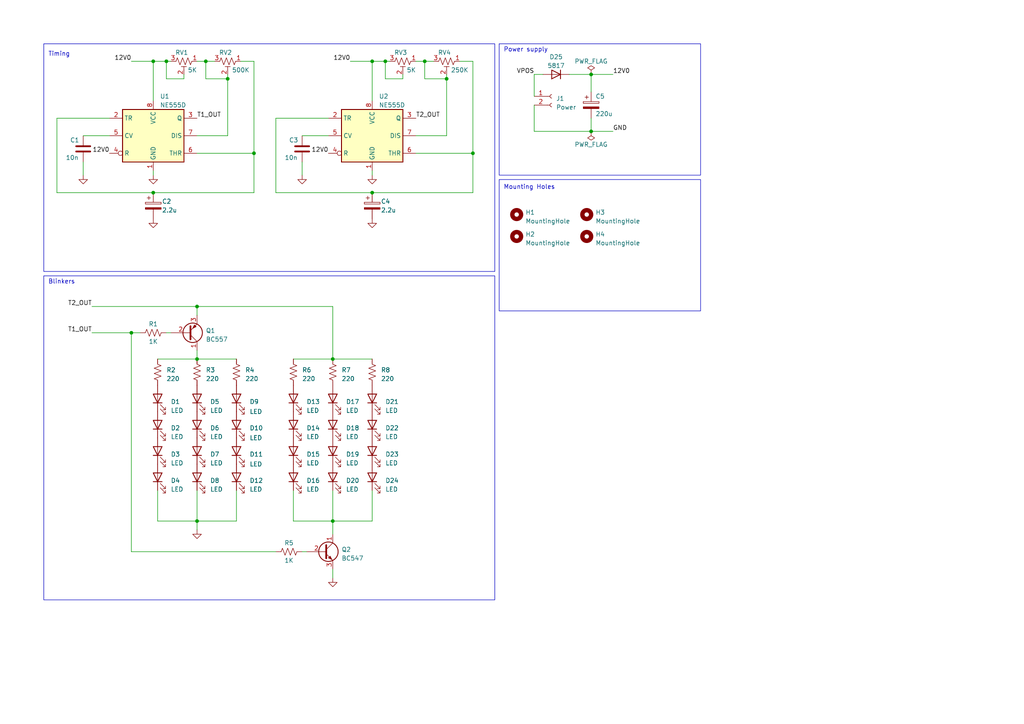
<source format=kicad_sch>
(kicad_sch (version 20230121) (generator eeschema)
  (paper "A4")
  (title_block (title "Sign Flasher") (date "2023-03-16") (rev "v0.1"))
  (lib_symbols
    (symbol "Connector:Conn_01x02_Socket" (pin_names (offset 1.016) hide)
      (property "Reference" "J" (at 0 2.54 0))
      (property "Value" "Conn_01x02_Socket" (at 0 -5.08 0))
      (symbol "Conn_01x02_Socket_1_1"
        (arc (start 0 -2.032) (mid -0.5058 -2.54) (end 0 -3.048) (stroke (width 0.1524)))
        (polyline (pts (xy -1.27 -2.54) (xy -0.508 -2.54)) (stroke (width 0.1524)))
        (polyline (pts (xy -1.27 0) (xy -0.508 0)) (stroke (width 0.1524)))
        (arc (start 0 0.508) (mid -0.5058 0) (end 0 -0.508) (stroke (width 0.1524)))
        (pin passive line (at -5.08 0 0) (length 3.81) (name "Pin_1") (number "1"))
        (pin passive line (at -5.08 -2.54 0) (length 3.81) (name "Pin_2") (number "2"))
      )
    )
    (symbol "Device:C" (pin_numbers hide) (pin_names (offset 0.254))
      (property "Reference" "C" (at 0.635 2.54 0))
      (property "Value" "C" (at 0.635 -2.54 0))
      (symbol "C_0_1"
        (polyline (pts (xy -2.032 -0.762) (xy 2.032 -0.762)) (stroke (width 0.508)))
        (polyline (pts (xy -2.032 0.762) (xy 2.032 0.762)) (stroke (width 0.508)))
      )
      (symbol "C_1_1"
        (pin passive line (at 0 3.81 270) (length 2.794) (name "~") (number "1"))
        (pin passive line (at 0 -3.81 90) (length 2.794) (name "~") (number "2"))
      )
    )
    (symbol "Device:C_Polarized" (pin_numbers hide) (pin_names (offset 0.254))
      (property "Reference" "C" (at 0.635 2.54 0))
      (property "Value" "C_Polarized" (at 0.635 -2.54 0))
      (symbol "C_Polarized_0_1"
        (rectangle (start -2.286 0.508) (end 2.286 1.016))
        (polyline (pts (xy -1.778 2.286) (xy -0.762 2.286)))
        (polyline (pts (xy -1.27 2.794) (xy -1.27 1.778)))
        (rectangle (start 2.286 -0.508) (end -2.286 -1.016) (fill (type outline)))
      )
      (symbol "C_Polarized_1_1"
        (pin passive line (at 0 3.81 270) (length 2.794) (name "~") (number "1"))
        (pin passive line (at 0 -3.81 90) (length 2.794) (name "~") (number "2"))
      )
    )
    (symbol "Device:D" (pin_numbers hide) (pin_names (offset 1.016) hide)
      (property "Reference" "D" (at 0 2.54 0))
      (property "Value" "D" (at 0 -2.54 0))
      (symbol "D_0_1"
        (polyline (pts (xy -1.27 1.27) (xy -1.27 -1.27)) (stroke (width 0.254)))
        (polyline (pts (xy 1.27 0) (xy -1.27 0)))
        (polyline (pts (xy 1.27 1.27) (xy 1.27 -1.27) (xy -1.27 0) (xy 1.27 1.27)) (stroke (width 0.254)))
      )
      (symbol "D_1_1"
        (pin passive line (at -3.81 0 0) (length 2.54) (name "K") (number "1"))
        (pin passive line (at 3.81 0 180) (length 2.54) (name "A") (number "2"))
      )
    )
    (symbol "Device:LED" (pin_numbers hide) (pin_names (offset 1.016) hide)
      (property "Reference" "D" (at 0 2.54 0))
      (property "Value" "LED" (at 0 -2.54 0))
      (symbol "LED_0_1"
        (polyline (pts (xy -1.27 -1.27) (xy -1.27 1.27)) (stroke (width 0.254)))
        (polyline (pts (xy -1.27 0) (xy 1.27 0)))
        (polyline (pts (xy 1.27 -1.27) (xy 1.27 1.27) (xy -1.27 0) (xy 1.27 -1.27)) (stroke (width 0.254)))
        (polyline (pts (xy -3.048 -0.762) (xy -4.572 -2.286) (xy -3.81 -2.286) (xy -4.572 -2.286) (xy -4.572 -1.524)))
        (polyline (pts (xy -1.778 -0.762) (xy -3.302 -2.286) (xy -2.54 -2.286) (xy -3.302 -2.286) (xy -3.302 -1.524)))
      )
      (symbol "LED_1_1"
        (pin passive line (at -3.81 0 0) (length 2.54) (name "K") (number "1"))
        (pin passive line (at 3.81 0 180) (length 2.54) (name "A") (number "2"))
      )
    )
    (symbol "Device:Q_NPN_CBE" (pin_names (offset 0) hide)
      (property "Reference" "Q" (at 5.08 1.27 0))
      (property "Value" "Q_NPN_CBE" (at 5.08 -1.27 0))
      (symbol "Q_NPN_CBE_0_1"
        (polyline (pts (xy 0.635 0.635) (xy 2.54 2.54)))
        (polyline (pts (xy 0.635 -0.635) (xy 2.54 -2.54) (xy 2.54 -2.54)))
        (polyline (pts (xy 0.635 1.905) (xy 0.635 -1.905) (xy 0.635 -1.905)) (stroke (width 0.508)))
        (polyline (pts (xy 1.27 -1.778) (xy 1.778 -1.27) (xy 2.286 -2.286) (xy 1.27 -1.778) (xy 1.27 -1.778)) (fill (type outline)))
        (circle (center 1.27 0) (radius 2.8194) (stroke (width 0.254)))
      )
      (symbol "Q_NPN_CBE_1_1"
        (pin passive line (at 2.54 5.08 270) (length 2.54) (name "C") (number "1"))
        (pin input line (at -5.08 0 0) (length 5.715) (name "B") (number "2"))
        (pin passive line (at 2.54 -5.08 90) (length 2.54) (name "E") (number "3"))
      )
    )
    (symbol "Device:Q_PNP_CBE" (pin_names (offset 0) hide)
      (property "Reference" "Q" (at 5.08 1.27 0))
      (property "Value" "Q_PNP_CBE" (at 5.08 -1.27 0))
      (symbol "Q_PNP_CBE_0_1"
        (polyline (pts (xy 0.635 0.635) (xy 2.54 2.54)))
        (polyline (pts (xy 0.635 -0.635) (xy 2.54 -2.54) (xy 2.54 -2.54)))
        (polyline (pts (xy 0.635 1.905) (xy 0.635 -1.905) (xy 0.635 -1.905)) (stroke (width 0.508)))
        (polyline (pts (xy 2.286 -1.778) (xy 1.778 -2.286) (xy 1.27 -1.27) (xy 2.286 -1.778) (xy 2.286 -1.778)) (fill (type outline)))
        (circle (center 1.27 0) (radius 2.8194) (stroke (width 0.254)))
      )
      (symbol "Q_PNP_CBE_1_1"
        (pin passive line (at 2.54 5.08 270) (length 2.54) (name "C") (number "1"))
        (pin input line (at -5.08 0 0) (length 5.715) (name "B") (number "2"))
        (pin passive line (at 2.54 -5.08 90) (length 2.54) (name "E") (number "3"))
      )
    )
    (symbol "Device:R_Potentiometer_Trim_US" (pin_names (offset 1.016) hide)
      (property "Reference" "RV" (at -4.445 0 90))
      (property "Value" "R_Potentiometer_Trim_US" (at -2.54 0 90))
      (symbol "R_Potentiometer_Trim_US_0_1"
        (polyline (pts (xy 0 -2.286) (xy 0 -2.54)))
        (polyline (pts (xy 0 2.286) (xy 0 2.54)))
        (polyline (pts (xy 1.524 0.762) (xy 1.524 -0.762)))
        (polyline (pts (xy 2.54 0) (xy 1.524 0)))
        (polyline (pts (xy 0 -0.762) (xy 1.016 -1.143) (xy 0 -1.524) (xy -1.016 -1.905) (xy 0 -2.286)))
        (polyline (pts (xy 0 0.762) (xy 1.016 0.381) (xy 0 0) (xy -1.016 -0.381) (xy 0 -0.762)))
        (polyline (pts (xy 0 2.286) (xy 1.016 1.905) (xy 0 1.524) (xy -1.016 1.143) (xy 0 0.762)))
      )
      (symbol "R_Potentiometer_Trim_US_1_1"
        (pin passive line (at 0 3.81 270) (length 1.27) (name "1") (number "1"))
        (pin passive line (at 3.81 0 180) (length 1.27) (name "2") (number "2"))
        (pin passive line (at 0 -3.81 90) (length 1.27) (name "3") (number "3"))
      )
    )
    (symbol "Device:R_US" (pin_numbers hide) (pin_names (offset 0))
      (property "Reference" "R" (at 2.54 0 90))
      (property "Value" "R_US" (at -2.54 0 90))
      (symbol "R_US_0_1"
        (polyline (pts (xy 0 -2.286) (xy 0 -2.54)))
        (polyline (pts (xy 0 2.286) (xy 0 2.54)))
        (polyline (pts (xy 0 -0.762) (xy 1.016 -1.143) (xy 0 -1.524) (xy -1.016 -1.905) (xy 0 -2.286)))
        (polyline (pts (xy 0 0.762) (xy 1.016 0.381) (xy 0 0) (xy -1.016 -0.381) (xy 0 -0.762)))
        (polyline (pts (xy 0 2.286) (xy 1.016 1.905) (xy 0 1.524) (xy -1.016 1.143) (xy 0 0.762)))
      )
      (symbol "R_US_1_1"
        (pin passive line (at 0 3.81 270) (length 1.27) (name "~") (number "1"))
        (pin passive line (at 0 -3.81 90) (length 1.27) (name "~") (number "2"))
      )
    )
    (symbol "Mechanical:MountingHole" (pin_names (offset 1.016))
      (property "Reference" "H" (at 0 5.08 0))
      (property "Value" "MountingHole" (at 0 3.175 0))
      (symbol "MountingHole_0_1"
        (circle (center 0 0) (radius 1.27) (stroke (width 1.27)))
      )
    )
    (symbol "Timer:NE555D"
      (property "Reference" "U" (at -10.16 8.89 0))
      (property "Value" "NE555D" (at 2.54 8.89 0))
      (symbol "NE555D_0_0"
        (pin power_in line (at 0 -10.16 90) (length 2.54) (name "GND") (number "1"))
        (pin power_in line (at 0 10.16 270) (length 2.54) (name "VCC") (number "8"))
      )
      (symbol "NE555D_0_1"
        (rectangle (start -8.89 -7.62) (end 8.89 7.62) (stroke (width 0.254)) (fill (type background)))
        (rectangle (start -8.89 -7.62) (end 8.89 7.62) (stroke (width 0.254)) (fill (type background)))
      )
      (symbol "NE555D_1_1"
        (pin input line (at -12.7 5.08 0) (length 3.81) (name "TR") (number "2"))
        (pin output line (at 12.7 5.08 180) (length 3.81) (name "Q") (number "3"))
        (pin input inverted (at -12.7 -5.08 0) (length 3.81) (name "R") (number "4"))
        (pin input line (at -12.7 0 0) (length 3.81) (name "CV") (number "5"))
        (pin input line (at 12.7 -5.08 180) (length 3.81) (name "THR") (number "6"))
        (pin input line (at 12.7 0 180) (length 3.81) (name "DIS") (number "7"))
      )
    )
    (symbol "power:GND" (power) (pin_names (offset 0))
      (property "Value" "GND" (at 0 -3.81 0))
      (symbol "GND_0_1"
        (polyline (pts (xy 0 0) (xy 0 -1.27) (xy 1.27 -1.27) (xy 0 -2.54) (xy -1.27 -1.27) (xy 0 -1.27)))
      )
      (symbol "GND_1_1"
        (pin power_in line (at 0 0 270) (length 0) hide (name "GND") (number "1"))
      )
    )
    (symbol "power:PWR_FLAG" (power) (pin_numbers hide) (pin_names (offset 0) hide)
      (property "Value" "PWR_FLAG" (at 0 3.81 0))
      (symbol "PWR_FLAG_0_0"
        (pin power_out line (at 0 0 90) (length 0) (name "pwr") (number "1"))
      )
      (symbol "PWR_FLAG_0_1"
        (polyline (pts (xy 0 0) (xy 0 1.27) (xy -1.016 1.905) (xy 0 2.54) (xy 1.016 1.905) (xy 0 1.27)))
      )
    )
  )
  (junction (at 57.15 104.14))
  (junction (at 107.95 55.88))
  (junction (at 57.15 88.9))
  (junction (at 57.15 151.13))
  (junction (at 171.45 38.1))
  (junction (at 129.54 22.86))
  (junction (at 123.19 17.78))
  (junction (at 44.45 17.78))
  (junction (at 171.45 21.59))
  (junction (at 48.26 17.78))
  (junction (at 137.16 44.45))
  (junction (at 66.04 22.86))
  (junction (at 111.76 17.78))
  (junction (at 96.52 151.13))
  (junction (at 107.95 17.78))
  (junction (at 38.1 96.52))
  (junction (at 59.69 17.78))
  (junction (at 73.66 44.45))
  (junction (at 44.45 55.88))
  (junction (at 96.52 104.14))
  (wire (pts (xy 16.51 34.29) (xy 31.75 34.29)))
  (wire (pts (xy 57.15 44.45) (xy 73.66 44.45)))
  (wire (pts (xy 101.6 17.78) (xy 107.95 17.78)))
  (wire (pts (xy 26.67 96.52) (xy 38.1 96.52)))
  (wire (pts (xy 154.94 30.48) (xy 154.94 38.1)))
  (wire (pts (xy 45.72 142.24) (xy 45.72 151.13)))
  (wire (pts (xy 133.35 17.78) (xy 137.16 17.78)))
  (wire (pts (xy 154.94 38.1) (xy 171.45 38.1)))
  (wire (pts (xy 116.84 22.86) (xy 116.84 21.59)))
  (wire (pts (xy 171.45 21.59) (xy 171.45 26.67)))
  (wire (pts (xy 57.15 142.24) (xy 57.15 151.13)))
  (wire (pts (xy 107.95 17.78) (xy 107.95 29.21)))
  (wire (pts (xy 80.01 55.88) (xy 80.01 34.29)))
  (wire (pts (xy 129.54 39.37) (xy 129.54 22.86)))
  (wire (pts (xy 24.13 46.99) (xy 24.13 50.8)))
  (wire (pts (xy 120.65 17.78) (xy 123.19 17.78)))
  (wire (pts (xy 48.26 17.78) (xy 44.45 17.78)))
  (wire (pts (xy 57.15 88.9) (xy 57.15 91.44)))
  (wire (pts (xy 96.52 151.13) (xy 85.09 151.13)))
  (wire (pts (xy 38.1 160.02) (xy 80.01 160.02)))
  (wire (pts (xy 96.52 88.9) (xy 96.52 104.14)))
  (wire (pts (xy 123.19 17.78) (xy 123.19 22.86)))
  (wire (pts (xy 57.15 104.14) (xy 68.58 104.14)))
  (wire (pts (xy 48.26 17.78) (xy 49.53 17.78)))
  (wire (pts (xy 171.45 21.59) (xy 177.8 21.59)))
  (wire (pts (xy 73.66 17.78) (xy 69.85 17.78)))
  (wire (pts (xy 137.16 17.78) (xy 137.16 44.45)))
  (wire (pts (xy 129.54 22.86) (xy 129.54 21.59)))
  (wire (pts (xy 16.51 55.88) (xy 44.45 55.88)))
  (wire (pts (xy 53.34 22.86) (xy 48.26 22.86)))
  (wire (pts (xy 171.45 34.29) (xy 171.45 38.1)))
  (wire (pts (xy 57.15 151.13) (xy 45.72 151.13)))
  (wire (pts (xy 73.66 55.88) (xy 73.66 44.45)))
  (wire (pts (xy 24.13 39.37) (xy 31.75 39.37)))
  (wire (pts (xy 107.95 55.88) (xy 137.16 55.88)))
  (wire (pts (xy 165.1 21.59) (xy 171.45 21.59)))
  (wire (pts (xy 123.19 22.86) (xy 129.54 22.86)))
  (wire (pts (xy 171.45 38.1) (xy 177.8 38.1)))
  (wire (pts (xy 120.65 44.45) (xy 137.16 44.45)))
  (wire (pts (xy 57.15 88.9) (xy 96.52 88.9)))
  (wire (pts (xy 80.01 34.29) (xy 95.25 34.29)))
  (wire (pts (xy 59.69 17.78) (xy 62.23 17.78)))
  (wire (pts (xy 96.52 165.1) (xy 96.52 167.64)))
  (wire (pts (xy 59.69 17.78) (xy 59.69 22.86)))
  (wire (pts (xy 85.09 151.13) (xy 85.09 142.24)))
  (wire (pts (xy 85.09 104.14) (xy 96.52 104.14)))
  (wire (pts (xy 57.15 104.14) (xy 57.15 101.6)))
  (wire (pts (xy 73.66 44.45) (xy 73.66 17.78)))
  (wire (pts (xy 68.58 151.13) (xy 57.15 151.13)))
  (wire (pts (xy 87.63 39.37) (xy 95.25 39.37)))
  (wire (pts (xy 96.52 151.13) (xy 96.52 154.94)))
  (wire (pts (xy 113.03 17.78) (xy 111.76 17.78)))
  (wire (pts (xy 137.16 44.45) (xy 137.16 55.88)))
  (wire (pts (xy 154.94 21.59) (xy 157.48 21.59)))
  (wire (pts (xy 123.19 17.78) (xy 125.73 17.78)))
  (wire (pts (xy 96.52 104.14) (xy 107.95 104.14)))
  (wire (pts (xy 44.45 17.78) (xy 44.45 29.21)))
  (wire (pts (xy 116.84 22.86) (xy 111.76 22.86)))
  (wire (pts (xy 96.52 151.13) (xy 96.52 142.24)))
  (wire (pts (xy 26.67 88.9) (xy 57.15 88.9)))
  (wire (pts (xy 38.1 96.52) (xy 40.64 96.52)))
  (wire (pts (xy 87.63 160.02) (xy 88.9 160.02)))
  (wire (pts (xy 57.15 39.37) (xy 66.04 39.37)))
  (wire (pts (xy 59.69 22.86) (xy 66.04 22.86)))
  (wire (pts (xy 80.01 55.88) (xy 107.95 55.88)))
  (wire (pts (xy 44.45 49.53) (xy 44.45 50.8)))
  (wire (pts (xy 16.51 55.88) (xy 16.51 34.29)))
  (wire (pts (xy 59.69 17.78) (xy 57.15 17.78)))
  (wire (pts (xy 107.95 151.13) (xy 107.95 142.24)))
  (wire (pts (xy 44.45 55.88) (xy 73.66 55.88)))
  (wire (pts (xy 38.1 160.02) (xy 38.1 96.52)))
  (wire (pts (xy 120.65 39.37) (xy 129.54 39.37)))
  (wire (pts (xy 154.94 21.59) (xy 154.94 27.94)))
  (wire (pts (xy 107.95 17.78) (xy 111.76 17.78)))
  (wire (pts (xy 96.52 151.13) (xy 107.95 151.13)))
  (wire (pts (xy 38.1 17.78) (xy 44.45 17.78)))
  (wire (pts (xy 66.04 22.86) (xy 66.04 39.37)))
  (wire (pts (xy 66.04 22.86) (xy 66.04 21.59)))
  (wire (pts (xy 87.63 46.99) (xy 87.63 50.8)))
  (wire (pts (xy 48.26 17.78) (xy 48.26 22.86)))
  (wire (pts (xy 48.26 96.52) (xy 49.53 96.52)))
  (wire (pts (xy 68.58 142.24) (xy 68.58 151.13)))
  (wire (pts (xy 111.76 22.86) (xy 111.76 17.78)))
  (wire (pts (xy 57.15 153.67) (xy 57.15 151.13)))
  (wire (pts (xy 107.95 49.53) (xy 107.95 50.8)))
  (wire (pts (xy 53.34 21.59) (xy 53.34 22.86)))
  (wire (pts (xy 45.72 104.14) (xy 57.15 104.14)))
  (rectangle (start 12.7 80.01) (end 143.51 173.99))
  (rectangle (start 144.78 12.7) (end 203.2 50.8))
  (rectangle (start 12.7 12.7) (end 143.51 78.74))
  (rectangle (start 144.78 52.07) (end 203.2 90.17))
  (text "Blinkers\n" (at 13.97 82.55 0) (effects (font (size 1.27 1.27)) (justify left bottom)))
  (text "Mounting Holes\n\n" (at 146.05 57.15 0) (effects (font (size 1.27 1.27)) (justify left bottom)))
  (text "Timing\n" (at 13.97 16.51 0) (effects (font (size 1.27 1.27)) (justify left bottom)))
  (text "Power supply\n" (at 146.05 15.24 0) (effects (font (size 1.27 1.27)) (justify left bottom)))
  (label "T2_OUT" (at 26.67 88.9 180))
  (label "12V0" (at 95.25 44.45 180))
  (label "GND" (at 177.8 38.1 0))
  (label "12V0" (at 177.8 21.59 0))
  (label "T1_OUT" (at 26.67 96.52 180))
  (label "T1_OUT" (at 57.15 34.29 0))
  (label "12V0" (at 101.6 17.78 180))
  (label "12V0" (at 31.75 44.45 180))
  (label "T2_OUT" (at 120.65 34.29 0))
  (label "VPOS" (at 154.94 21.59 180))
  (label "12V0" (at 38.1 17.78 180))
  (symbol (lib_id "Device:LED") (at 57.15 138.43 90) (unit 1)
    (property "Reference" "D8" (at 60.96 139.3825 90) (effects (justify right)))
    (property "Value" "LED" (at 60.96 141.9225 90) (effects (justify right)))
    (property "Footprint" "LED_THT:LED_D5.0mm" (effects hide))
  )
  (symbol (lib_id "Device:LED") (at 107.95 115.57 90) (unit 1)
    (property "Reference" "D21" (at 111.76 116.5225 90) (effects (justify right)))
    (property "Value" "LED" (at 111.76 119.0625 90) (effects (justify right)))
    (property "Footprint" "LED_THT:LED_D5.0mm" (effects hide))
  )
  (symbol (lib_id "Device:LED") (at 107.95 123.19 90) (unit 1)
    (property "Reference" "D22" (at 111.76 124.1425 90) (effects (justify right)))
    (property "Value" "LED" (at 111.76 126.6825 90) (effects (justify right)))
    (property "Footprint" "LED_THT:LED_D5.0mm" (effects hide))
  )
  (symbol (lib_id "Device:C_Polarized") (at 44.45 59.69 0) (unit 1)
    (property "Reference" "C2" (at 46.99 58.42 0) (effects (justify left)))
    (property "Value" "2.2u" (at 46.99 60.96 0) (effects (justify left)))
    (property "Footprint" "Capacitor_THT:CP_Radial_D4.0mm_P2.00mm" (effects hide))
  )
  (symbol (lib_id "Device:LED") (at 45.72 130.81 90) (unit 1)
    (property "Reference" "D3" (at 49.53 131.7625 90) (effects (justify right)))
    (property "Value" "LED" (at 49.53 134.3025 90) (effects (justify right)))
    (property "Footprint" "LED_THT:LED_D5.0mm" (effects hide))
  )
  (symbol (lib_id "power:PWR_FLAG") (at 171.45 38.1 180) (unit 1)
    (property "Reference" "#FLG02" (effects hide))
    (property "Value" "PWR_FLAG" (at 171.45 41.91 0))
  )
  (symbol (lib_id "power:GND") (at 57.15 153.67 0) (unit 1)
    (property "Reference" "#PWR04" (effects hide))
    (property "Value" "GND" (effects hide))
  )
  (symbol (lib_id "Mechanical:MountingHole") (at 170.18 62.23 0) (unit 1)
    (property "Reference" "H3" (at 172.72 61.595 0) (effects (justify left)))
    (property "Value" "MountingHole" (at 172.72 64.135 0) (effects (justify left)))
    (property "Footprint" "MountingHole:MountingHole_4mm_Pad" (effects hide))
  )
  (symbol (lib_id "Mechanical:MountingHole") (at 149.86 62.23 0) (unit 1)
    (property "Reference" "H1" (at 152.4 61.595 0) (effects (justify left)))
    (property "Value" "MountingHole" (at 152.4 64.135 0) (effects (justify left)))
    (property "Footprint" "MountingHole:MountingHole_4mm_Pad" (effects hide))
  )
  (symbol (lib_id "Device:LED") (at 57.15 115.57 90) (unit 1)
    (property "Reference" "D5" (at 60.96 116.5225 90) (effects (justify right)))
    (property "Value" "LED" (at 60.96 119.0625 90) (effects (justify right)))
    (property "Footprint" "LED_THT:LED_D5.0mm" (effects hide))
  )
  (symbol (lib_id "Device:R_US") (at 83.82 160.02 90) (unit 1)
    (property "Reference" "R5" (at 83.82 157.48 90))
    (property "Value" "1K" (at 83.82 162.56 90))
    (property "Footprint" "Resistor_THT:R_Axial_DIN0207_L6.3mm_D2.5mm_P7.62mm_Horizontal" (effects hide))
  )
  (symbol (lib_id "Device:D") (at 161.29 21.59 180) (unit 1)
    (property "Reference" "D25" (at 161.29 16.51 0))
    (property "Value" "5817" (at 161.29 19.05 0))
    (property "Footprint" "Diode_THT:D_DO-41_SOD81_P7.62mm_Horizontal" (effects hide))
    (property "Sim.Device" "D" (effects hide))
    (property "Sim.Pins" "1=K 2=A" (effects hide))
  )
  (symbol (lib_id "Device:LED") (at 107.95 138.43 90) (unit 1)
    (property "Reference" "D24" (at 111.76 139.3825 90) (effects (justify right)))
    (property "Value" "LED" (at 111.76 141.9225 90) (effects (justify right)))
    (property "Footprint" "LED_THT:LED_D5.0mm" (effects hide))
  )
  (symbol (lib_id "Device:R_Potentiometer_Trim_US") (at 53.34 17.78 270) (unit 1)
    (property "Reference" "RV1" (at 54.61 15.24 90) (effects (justify right)))
    (property "Value" "5K" (at 57.15 20.32 90) (effects (justify right)))
    (property "Footprint" "sign_flasher:TRIM_3306F-1-103" (effects hide))
  )
  (symbol (lib_id "Device:LED") (at 96.52 123.19 90) (unit 1)
    (property "Reference" "D18" (at 100.33 124.1425 90) (effects (justify right)))
    (property "Value" "LED" (at 100.33 126.6825 90) (effects (justify right)))
    (property "Footprint" "LED_THT:LED_D5.0mm" (effects hide))
  )
  (symbol (lib_id "Device:R_US") (at 44.45 96.52 90) (unit 1)
    (property "Reference" "R1" (at 44.45 93.98 90))
    (property "Value" "1K" (at 44.45 99.06 90))
    (property "Footprint" "Resistor_THT:R_Axial_DIN0207_L6.3mm_D2.5mm_P7.62mm_Horizontal" (effects hide))
  )
  (symbol (lib_id "Device:LED") (at 85.09 138.43 90) (unit 1)
    (property "Reference" "D16" (at 88.9 139.3825 90) (effects (justify right)))
    (property "Value" "LED" (at 88.9 141.9225 90) (effects (justify right)))
    (property "Footprint" "LED_THT:LED_D5.0mm" (effects hide))
  )
  (symbol (lib_id "Device:R_Potentiometer_Trim_US") (at 129.54 17.78 270) (unit 1)
    (property "Reference" "RV4" (at 130.81 15.24 90) (effects (justify right)))
    (property "Value" "250K" (at 135.89 20.32 90) (effects (justify right)))
    (property "Footprint" "sign_flasher:TRIM_3306F-1-103" (effects hide))
  )
  (symbol (lib_id "Device:LED") (at 96.52 130.81 90) (unit 1)
    (property "Reference" "D19" (at 100.33 131.7625 90) (effects (justify right)))
    (property "Value" "LED" (at 100.33 134.3025 90) (effects (justify right)))
    (property "Footprint" "LED_THT:LED_D5.0mm" (effects hide))
  )
  (symbol (lib_id "Device:Q_PNP_CBE") (at 54.61 96.52 0) (mirror x) (unit 1)
    (property "Reference" "Q1" (at 59.69 95.885 0) (effects (justify left)))
    (property "Value" "BC557" (at 59.69 98.425 0) (effects (justify left)))
    (property "Footprint" "Package_TO_SOT_THT:TO-92" (effects hide))
  )
  (symbol (lib_id "Timer:NE555D") (at 107.95 39.37 0) (unit 1)
    (property "Reference" "U2" (at 109.9059 27.94 0) (effects (justify left)))
    (property "Value" "NE555D" (at 109.9059 30.48 0) (effects (justify left)))
    (property "Footprint" "Package_DIP:DIP-8_W7.62mm" (effects hide))
    (property "Datasheet" "http://www.ti.com/lit/ds/symlink/ne555.pdf" (effects hide))
  )
  (symbol (lib_id "Device:R_US") (at 45.72 107.95 0) (unit 1)
    (property "Reference" "R2" (at 48.26 107.315 0) (effects (justify left)))
    (property "Value" "220" (at 48.26 109.855 0) (effects (justify left)))
    (property "Footprint" "Resistor_THT:R_Axial_DIN0207_L6.3mm_D2.5mm_P7.62mm_Horizontal" (effects hide))
  )
  (symbol (lib_id "Device:R_US") (at 57.15 107.95 0) (unit 1)
    (property "Reference" "R3" (at 59.69 107.315 0) (effects (justify left)))
    (property "Value" "220" (at 59.69 109.855 0) (effects (justify left)))
    (property "Footprint" "Resistor_THT:R_Axial_DIN0207_L6.3mm_D2.5mm_P7.62mm_Horizontal" (effects hide))
  )
  (symbol (lib_id "power:GND") (at 107.95 63.5 0) (unit 1)
    (property "Reference" "#PWR08" (effects hide))
    (property "Value" "GND" (effects hide))
  )
  (symbol (lib_id "Device:LED") (at 85.09 130.81 90) (unit 1)
    (property "Reference" "D15" (at 88.9 131.7625 90) (effects (justify right)))
    (property "Value" "LED" (at 88.9 134.3025 90) (effects (justify right)))
    (property "Footprint" "LED_THT:LED_D5.0mm" (effects hide))
  )
  (symbol (lib_id "Mechanical:MountingHole") (at 149.86 68.58 0) (unit 1)
    (property "Reference" "H2" (at 152.4 67.945 0) (effects (justify left)))
    (property "Value" "MountingHole" (at 152.4 70.485 0) (effects (justify left)))
    (property "Footprint" "MountingHole:MountingHole_4mm_Pad" (effects hide))
  )
  (symbol (lib_id "Timer:NE555D") (at 44.45 39.37 0) (unit 1)
    (property "Reference" "U1" (at 46.4059 27.94 0) (effects (justify left)))
    (property "Value" "NE555D" (at 46.4059 30.48 0) (effects (justify left)))
    (property "Footprint" "Package_DIP:DIP-8_W7.62mm" (effects hide))
    (property "Datasheet" "http://www.ti.com/lit/ds/symlink/ne555.pdf" (effects hide))
  )
  (symbol (lib_id "Device:R_Potentiometer_Trim_US") (at 116.84 17.78 270) (unit 1)
    (property "Reference" "RV3" (at 118.11 15.24 90) (effects (justify right)))
    (property "Value" "5K" (at 120.65 20.32 90) (effects (justify right)))
    (property "Footprint" "sign_flasher:TRIM_3306F-1-103" (effects hide))
  )
  (symbol (lib_id "Device:LED") (at 85.09 115.57 90) (unit 1)
    (property "Reference" "D13" (at 88.9 116.5225 90) (effects (justify right)))
    (property "Value" "LED" (at 88.9 119.0625 90) (effects (justify right)))
    (property "Footprint" "LED_THT:LED_D5.0mm" (effects hide))
  )
  (symbol (lib_id "Device:LED") (at 68.58 130.81 90) (unit 1)
    (property "Reference" "D11" (at 72.39 131.7625 90) (effects (justify right)))
    (property "Value" "LED" (at 72.39 134.62 90) (effects (justify right)))
    (property "Footprint" "LED_THT:LED_D5.0mm" (effects hide))
  )
  (symbol (lib_id "Device:C_Polarized") (at 107.95 59.69 0) (unit 1)
    (property "Reference" "C4" (at 110.49 58.42 0) (effects (justify left)))
    (property "Value" "2.2u" (at 110.49 60.96 0) (effects (justify left)))
    (property "Footprint" "Capacitor_THT:CP_Radial_D4.0mm_P2.00mm" (effects hide))
  )
  (symbol (lib_id "power:PWR_FLAG") (at 171.45 21.59 0) (unit 1)
    (property "Reference" "#FLG01" (effects hide))
    (property "Value" "PWR_FLAG" (at 171.45 17.78 0))
  )
  (symbol (lib_id "Device:R_US") (at 107.95 107.95 0) (unit 1)
    (property "Reference" "R8" (at 110.49 107.315 0) (effects (justify left)))
    (property "Value" "220" (at 110.49 109.855 0) (effects (justify left)))
    (property "Footprint" "Resistor_THT:R_Axial_DIN0207_L6.3mm_D2.5mm_P7.62mm_Horizontal" (effects hide))
  )
  (symbol (lib_id "power:GND") (at 87.63 50.8 0) (unit 1)
    (property "Reference" "#PWR05" (effects hide))
    (property "Value" "GND" (effects hide))
  )
  (symbol (lib_id "Device:C") (at 24.13 43.18 0) (unit 1)
    (property "Reference" "C1" (at 20.32 40.64 0) (effects (justify left)))
    (property "Value" "10n" (at 19.05 45.72 0) (effects (justify left)))
    (property "Footprint" "Capacitor_THT:C_Rect_L7.2mm_W2.5mm_P5.00mm_FKS2_FKP2_MKS2_MKP2" (effects hide))
  )
  (symbol (lib_id "Device:LED") (at 45.72 115.57 90) (unit 1)
    (property "Reference" "D1" (at 49.53 116.5225 90) (effects (justify right)))
    (property "Value" "LED" (at 49.53 119.0625 90) (effects (justify right)))
    (property "Footprint" "LED_THT:LED_D5.0mm" (effects hide))
  )
  (symbol (lib_id "Device:R_Potentiometer_Trim_US") (at 66.04 17.78 270) (unit 1)
    (property "Reference" "RV2" (at 67.31 15.24 90) (effects (justify right)))
    (property "Value" "500K" (at 72.39 20.32 90) (effects (justify right)))
    (property "Footprint" "sign_flasher:TRIM_3306F-1-103" (effects hide))
  )
  (symbol (lib_id "Device:LED") (at 45.72 123.19 90) (unit 1)
    (property "Reference" "D2" (at 49.53 124.1425 90) (effects (justify right)))
    (property "Value" "LED" (at 49.53 126.6825 90) (effects (justify right)))
    (property "Footprint" "LED_THT:LED_D5.0mm" (effects hide))
  )
  (symbol (lib_id "power:GND") (at 44.45 63.5 0) (unit 1)
    (property "Reference" "#PWR03" (effects hide))
    (property "Value" "GND" (effects hide))
  )
  (symbol (lib_id "Device:C_Polarized") (at 171.45 30.48 0) (unit 1)
    (property "Reference" "C5" (at 172.72 27.94 0) (effects (justify left)))
    (property "Value" "220u" (at 172.72 33.02 0) (effects (justify left)))
    (property "Footprint" "Capacitor_THT:CP_Radial_D6.3mm_P2.50mm" (effects hide))
  )
  (symbol (lib_id "Mechanical:MountingHole") (at 170.18 68.58 0) (unit 1)
    (property "Reference" "H4" (at 172.72 67.945 0) (effects (justify left)))
    (property "Value" "MountingHole" (at 172.72 70.485 0) (effects (justify left)))
    (property "Footprint" "MountingHole:MountingHole_4mm_Pad" (effects hide))
  )
  (symbol (lib_id "power:GND") (at 24.13 50.8 0) (unit 1)
    (property "Reference" "#PWR01" (effects hide))
    (property "Value" "GND" (effects hide))
  )
  (symbol (lib_id "Device:LED") (at 57.15 130.81 90) (unit 1)
    (property "Reference" "D7" (at 60.96 131.7625 90) (effects (justify right)))
    (property "Value" "LED" (at 60.96 134.3025 90) (effects (justify right)))
    (property "Footprint" "LED_THT:LED_D5.0mm" (effects hide))
  )
  (symbol (lib_id "power:GND") (at 107.95 50.8 0) (unit 1)
    (property "Reference" "#PWR07" (effects hide))
    (property "Value" "GND" (effects hide))
  )
  (symbol (lib_id "Device:Q_NPN_CBE") (at 93.98 160.02 0) (unit 1)
    (property "Reference" "Q2" (at 99.06 159.385 0) (effects (justify left)))
    (property "Value" "BC547" (at 99.06 161.925 0) (effects (justify left)))
    (property "Footprint" "Package_TO_SOT_THT:TO-92" (effects hide))
  )
  (symbol (lib_id "Device:LED") (at 68.58 115.57 90) (unit 1)
    (property "Reference" "D9" (at 72.39 116.5225 90) (effects (justify right)))
    (property "Value" "LED" (at 72.39 119.38 90) (effects (justify right)))
    (property "Footprint" "LED_THT:LED_D5.0mm" (effects hide))
  )
  (symbol (lib_id "Device:LED") (at 57.15 123.19 90) (unit 1)
    (property "Reference" "D6" (at 60.96 124.1425 90) (effects (justify right)))
    (property "Value" "LED" (at 60.96 126.6825 90) (effects (justify right)))
    (property "Footprint" "LED_THT:LED_D5.0mm" (effects hide))
  )
  (symbol (lib_id "Device:LED") (at 68.58 123.19 90) (unit 1)
    (property "Reference" "D10" (at 72.39 124.1425 90) (effects (justify right)))
    (property "Value" "LED" (at 72.39 127 90) (effects (justify right)))
    (property "Footprint" "LED_THT:LED_D5.0mm" (effects hide))
  )
  (symbol (lib_id "Device:LED") (at 85.09 123.19 90) (unit 1)
    (property "Reference" "D14" (at 88.9 124.1425 90) (effects (justify right)))
    (property "Value" "LED" (at 88.9 126.6825 90) (effects (justify right)))
    (property "Footprint" "LED_THT:LED_D5.0mm" (effects hide))
  )
  (symbol (lib_id "Connector:Conn_01x02_Socket") (at 160.02 27.94 0) (unit 1)
    (property "Reference" "J1" (at 161.29 28.575 0) (effects (justify left)))
    (property "Value" "Power" (at 161.29 31.115 0) (effects (justify left)))
    (property "Footprint" "Connector_JST:JST_XH_B2B-XH-A_1x02_P2.50mm_Vertical" (effects hide))
  )
  (symbol (lib_id "Device:LED") (at 107.95 130.81 90) (unit 1)
    (property "Reference" "D23" (at 111.76 131.7625 90) (effects (justify right)))
    (property "Value" "LED" (at 111.76 134.3025 90) (effects (justify right)))
    (property "Footprint" "LED_THT:LED_D5.0mm" (effects hide))
  )
  (symbol (lib_id "Device:LED") (at 96.52 138.43 90) (unit 1)
    (property "Reference" "D20" (at 100.33 139.3825 90) (effects (justify right)))
    (property "Value" "LED" (at 100.33 141.9225 90) (effects (justify right)))
    (property "Footprint" "LED_THT:LED_D5.0mm" (effects hide))
  )
  (symbol (lib_id "power:GND") (at 96.52 167.64 0) (unit 1)
    (property "Reference" "#PWR06" (effects hide))
    (property "Value" "GND" (effects hide))
  )
  (symbol (lib_id "Device:R_US") (at 96.52 107.95 0) (unit 1)
    (property "Reference" "R7" (at 99.06 107.315 0) (effects (justify left)))
    (property "Value" "220" (at 99.06 109.855 0) (effects (justify left)))
    (property "Footprint" "Resistor_THT:R_Axial_DIN0207_L6.3mm_D2.5mm_P7.62mm_Horizontal" (effects hide))
  )
  (symbol (lib_id "Device:C") (at 87.63 43.18 0) (unit 1)
    (property "Reference" "C3" (at 83.82 40.64 0) (effects (justify left)))
    (property "Value" "10n" (at 82.55 45.72 0) (effects (justify left)))
    (property "Footprint" "Capacitor_THT:C_Rect_L7.2mm_W2.5mm_P5.00mm_FKS2_FKP2_MKS2_MKP2" (effects hide))
  )
  (symbol (lib_id "Device:R_US") (at 85.09 107.95 0) (unit 1)
    (property "Reference" "R6" (at 87.63 107.315 0) (effects (justify left)))
    (property "Value" "220" (at 87.63 109.855 0) (effects (justify left)))
    (property "Footprint" "Resistor_THT:R_Axial_DIN0207_L6.3mm_D2.5mm_P7.62mm_Horizontal" (effects hide))
  )
  (symbol (lib_id "Device:LED") (at 45.72 138.43 90) (unit 1)
    (property "Reference" "D4" (at 49.53 139.3825 90) (effects (justify right)))
    (property "Value" "LED" (at 49.53 141.9225 90) (effects (justify right)))
    (property "Footprint" "LED_THT:LED_D5.0mm" (effects hide))
  )
  (symbol (lib_id "Device:LED") (at 68.58 138.43 90) (unit 1)
    (property "Reference" "D12" (at 72.39 139.3825 90) (effects (justify right)))
    (property "Value" "LED" (at 72.39 141.9225 90) (effects (justify right)))
    (property "Footprint" "LED_THT:LED_D5.0mm" (effects hide))
  )
  (symbol (lib_id "power:GND") (at 44.45 50.8 0) (unit 1)
    (property "Reference" "#PWR02" (effects hide))
    (property "Value" "GND" (effects hide))
  )
  (symbol (lib_id "Device:LED") (at 96.52 115.57 90) (unit 1)
    (property "Reference" "D17" (at 100.33 116.5225 90) (effects (justify right)))
    (property "Value" "LED" (at 100.33 119.0625 90) (effects (justify right)))
    (property "Footprint" "LED_THT:LED_D5.0mm" (effects hide))
  )
  (symbol (lib_id "Device:R_US") (at 68.58 107.95 0) (unit 1)
    (property "Reference" "R4" (at 71.12 107.315 0) (effects (justify left)))
    (property "Value" "220" (at 71.12 109.855 0) (effects (justify left)))
    (property "Footprint" "Resistor_THT:R_Axial_DIN0207_L6.3mm_D2.5mm_P7.62mm_Horizontal" (effects hide))
  )
)
</source>
